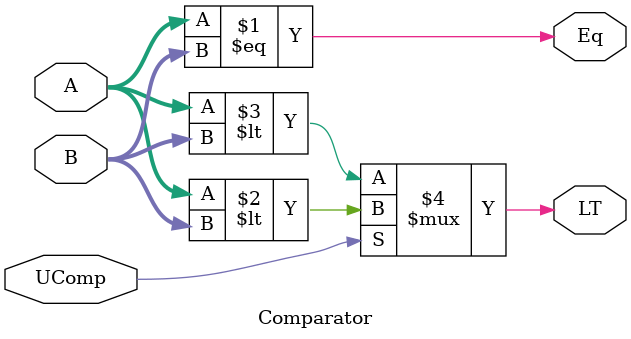
<source format=v>
`timescale 1ns / 1ps

//////////////////////////////////////////////////////////////////////////////////

module Comparator (
    input [31:0] A,
    input [31:0] B,
    input UComp,           // 1 for unsigned LT comparison, 0 for signed
    output Eq,
    output LT
);

    assign Eq = (A == B);
    
    // Depending on UComp, do signed or unsigned comparison
    assign LT = (UComp) ? (A < B) : ($signed(A) < $signed(B));  
    
endmodule





</source>
